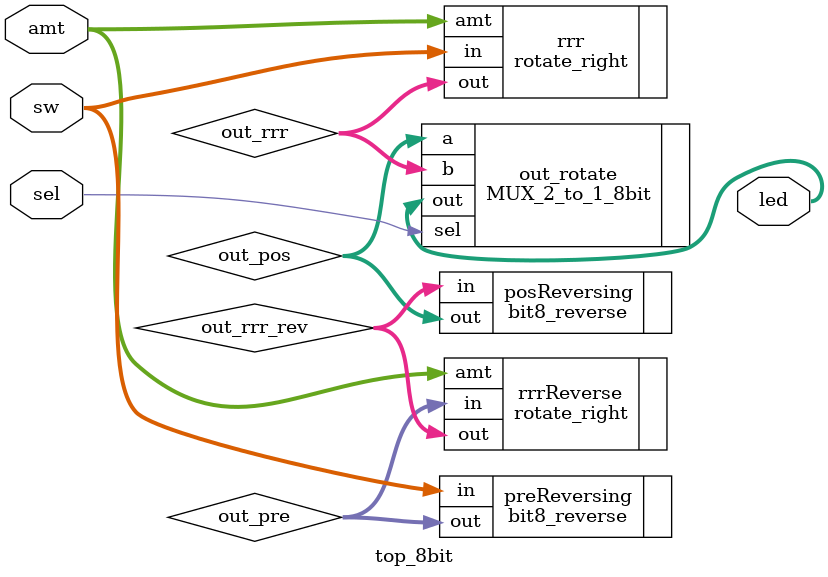
<source format=sv>
`timescale 1ns / 1ps


module top_8bit(
    input  logic [7 : 0] sw,
    input  logic [2 : 0] amt,
    input  logic sel,
    output logic [7 : 0] led
    );
    
    //paso 1
//    logic [7:0] out_rrl, out_rrr;
    
//    rotate_left 	rrl (.in(sw), .amt(amt), .out(out_rrl));
//    rotate_right	rrr (.in(sw), .amt(amt), .out(out_rrr));
    
//    MUX_2_to_1_8bit	out_rotate (.a(out_rrl),
//    							.b(out_rrr),
//    							.sel(sel),
//    							.out(led));
	
	//con el rotate
	logic [7:0] out_pre, out_rrr_rev, out_pos, out_rrr;
	
	//Rotate left
	bit8_reverse preReversing (.in(sw), .out(out_pre));
	rotate_right rrrReverse (.in(out_pre), .amt(amt), .out(out_rrr_rev));
	bit8_reverse posReversing (.in(out_rrr_rev), .out(out_pos));
	
	//rotate right
	rotate_right	rrr (.in(sw), .amt(amt), .out(out_rrr));
	
	MUX_2_to_1_8bit	out_rotate (.a(out_pos),
    							.b(out_rrr),
    							.sel(sel),
    							.out(led));
endmodule

</source>
